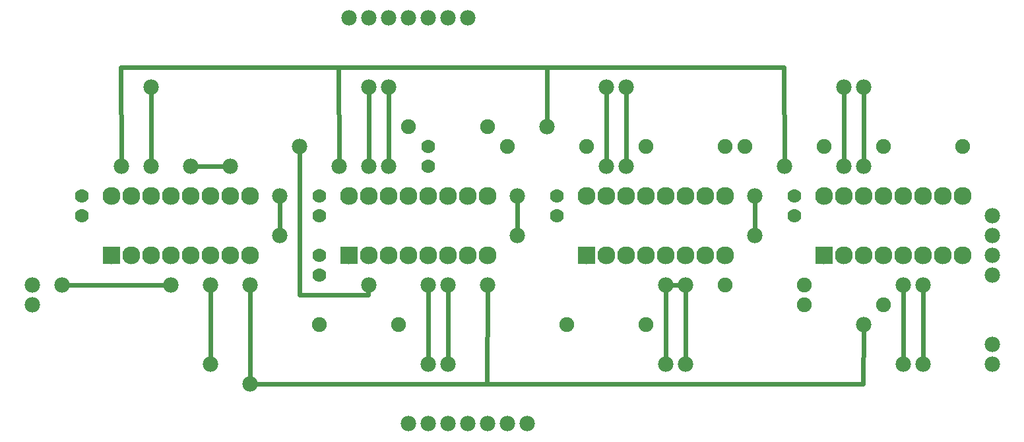
<source format=gtl>
G04 MADE WITH FRITZING*
G04 WWW.FRITZING.ORG*
G04 DOUBLE SIDED*
G04 HOLES PLATED*
G04 CONTOUR ON CENTER OF CONTOUR VECTOR*
%ASAXBY*%
%FSLAX23Y23*%
%MOIN*%
%OFA0B0*%
%SFA1.0B1.0*%
%ADD10C,0.070000*%
%ADD11C,0.075000*%
%ADD12C,0.090551*%
%ADD13C,0.078000*%
%ADD14R,0.090551X0.090551*%
%ADD15C,0.024000*%
%LNCOPPER1*%
G90*
G70*
G54D10*
X2213Y1624D03*
X2213Y1524D03*
X2863Y1374D03*
X2863Y1274D03*
X1663Y1374D03*
X1663Y1274D03*
X4063Y1374D03*
X4063Y1274D03*
X463Y1374D03*
X463Y1274D03*
G54D11*
X1663Y724D03*
X2063Y724D03*
X3313Y1624D03*
X3713Y1624D03*
X2613Y1624D03*
X3013Y1624D03*
X2113Y1724D03*
X2513Y1724D03*
X3813Y1624D03*
X4213Y1624D03*
X4513Y1624D03*
X4913Y1624D03*
X4113Y824D03*
X4513Y824D03*
X3713Y924D03*
X4113Y924D03*
X2913Y724D03*
X3313Y724D03*
G54D10*
X1663Y1074D03*
X1663Y974D03*
G54D12*
X613Y1074D03*
X613Y1374D03*
X713Y1074D03*
X713Y1374D03*
X813Y1074D03*
X813Y1374D03*
X913Y1074D03*
X913Y1374D03*
X1013Y1074D03*
X1013Y1374D03*
X1113Y1074D03*
X1113Y1374D03*
X1213Y1074D03*
X1213Y1374D03*
X1313Y1074D03*
X1313Y1374D03*
X1813Y1074D03*
X1813Y1374D03*
X1913Y1074D03*
X1913Y1374D03*
X2013Y1074D03*
X2013Y1374D03*
X2113Y1074D03*
X2113Y1374D03*
X2213Y1074D03*
X2213Y1374D03*
X2313Y1074D03*
X2313Y1374D03*
X2413Y1074D03*
X2413Y1374D03*
X2513Y1074D03*
X2513Y1374D03*
X3013Y1074D03*
X3013Y1374D03*
X3113Y1074D03*
X3113Y1374D03*
X3213Y1074D03*
X3213Y1374D03*
X3313Y1074D03*
X3313Y1374D03*
X3413Y1074D03*
X3413Y1374D03*
X3513Y1074D03*
X3513Y1374D03*
X3613Y1074D03*
X3613Y1374D03*
X3713Y1074D03*
X3713Y1374D03*
X4213Y1074D03*
X4213Y1374D03*
X4313Y1074D03*
X4313Y1374D03*
X4413Y1074D03*
X4413Y1374D03*
X4513Y1074D03*
X4513Y1374D03*
X4613Y1074D03*
X4613Y1374D03*
X4713Y1074D03*
X4713Y1374D03*
X4813Y1074D03*
X4813Y1374D03*
X4913Y1074D03*
X4913Y1374D03*
G54D13*
X1563Y1624D03*
X1563Y1624D03*
X1913Y924D03*
X1913Y924D03*
X3863Y1374D03*
X3863Y1374D03*
X3863Y1174D03*
X3863Y1174D03*
X1463Y1174D03*
X1463Y1174D03*
X1463Y1374D03*
X1463Y1374D03*
X2663Y1374D03*
X2663Y1374D03*
X2663Y1174D03*
X2663Y1174D03*
X2113Y224D03*
X2213Y224D03*
X2313Y224D03*
X2413Y224D03*
X2513Y224D03*
X2613Y224D03*
X2713Y224D03*
X2113Y224D03*
X2213Y224D03*
X2313Y224D03*
X2413Y224D03*
X2513Y224D03*
X2613Y224D03*
X2713Y224D03*
X1813Y2274D03*
X1913Y2274D03*
X2013Y2274D03*
X2113Y2274D03*
X2213Y2274D03*
X2313Y2274D03*
X2413Y2274D03*
X1813Y2274D03*
X1913Y2274D03*
X2013Y2274D03*
X2113Y2274D03*
X2213Y2274D03*
X2313Y2274D03*
X2413Y2274D03*
X2213Y924D03*
X2313Y924D03*
X2213Y924D03*
X2313Y924D03*
X3413Y524D03*
X3513Y524D03*
X3413Y524D03*
X3513Y524D03*
X4613Y924D03*
X4713Y924D03*
X4613Y924D03*
X4713Y924D03*
X4613Y524D03*
X4713Y524D03*
X4613Y524D03*
X4713Y524D03*
X2213Y524D03*
X2313Y524D03*
X2213Y524D03*
X2313Y524D03*
X3413Y924D03*
X3513Y924D03*
X3413Y924D03*
X3513Y924D03*
X4313Y1524D03*
X4413Y1524D03*
X4313Y1524D03*
X4413Y1524D03*
X4313Y1924D03*
X4413Y1924D03*
X4313Y1924D03*
X4413Y1924D03*
X3113Y1524D03*
X3213Y1524D03*
X3113Y1524D03*
X3213Y1524D03*
X1913Y1924D03*
X2013Y1924D03*
X1913Y1924D03*
X2013Y1924D03*
X3113Y1924D03*
X3213Y1924D03*
X3113Y1924D03*
X3213Y1924D03*
X1913Y1524D03*
X2013Y1524D03*
X1913Y1524D03*
X2013Y1524D03*
X5063Y624D03*
X5063Y524D03*
X5063Y624D03*
X5063Y524D03*
X213Y924D03*
X213Y824D03*
X213Y924D03*
X213Y824D03*
X1113Y924D03*
X1113Y924D03*
X1113Y524D03*
X1113Y524D03*
X4013Y1524D03*
X4013Y1524D03*
X2813Y1724D03*
X2813Y1724D03*
X1763Y1524D03*
X1763Y1524D03*
X1313Y424D03*
X1313Y424D03*
X4413Y724D03*
X4413Y724D03*
X1313Y924D03*
X1313Y924D03*
X2513Y924D03*
X2513Y924D03*
X813Y1924D03*
X813Y1924D03*
X363Y924D03*
X363Y924D03*
X1213Y1524D03*
X1213Y1524D03*
X1013Y1524D03*
X1013Y1524D03*
X913Y924D03*
X913Y924D03*
X813Y1524D03*
X813Y1524D03*
X5063Y1274D03*
X5063Y1174D03*
X5063Y1074D03*
X5063Y974D03*
X663Y1524D03*
X663Y1524D03*
G54D14*
X613Y1074D03*
X1813Y1074D03*
X3013Y1074D03*
X4213Y1074D03*
G54D15*
X4411Y426D02*
X4413Y694D01*
D02*
X2512Y426D02*
X4411Y426D01*
D02*
X1313Y454D02*
X1313Y894D01*
D02*
X2512Y426D02*
X1343Y424D01*
D02*
X2513Y894D02*
X2512Y426D01*
D02*
X4012Y2024D02*
X4013Y1554D01*
D02*
X2813Y2024D02*
X4012Y2024D01*
D02*
X662Y2024D02*
X663Y1554D01*
D02*
X1762Y2024D02*
X662Y2024D01*
D02*
X1762Y2024D02*
X1763Y1554D01*
D02*
X2813Y2024D02*
X1762Y2024D01*
D02*
X2813Y1754D02*
X2813Y2024D01*
D02*
X1463Y1204D02*
X1463Y1344D01*
D02*
X2663Y1204D02*
X2663Y1344D01*
D02*
X3863Y1204D02*
X3863Y1344D01*
D02*
X1113Y554D02*
X1113Y894D01*
D02*
X4313Y1894D02*
X4313Y1554D01*
D02*
X4413Y1894D02*
X4413Y1554D01*
D02*
X3213Y1894D02*
X3213Y1554D01*
D02*
X3113Y1894D02*
X3113Y1554D01*
D02*
X2013Y1554D02*
X2013Y1894D01*
D02*
X1913Y1554D02*
X1913Y1894D01*
D02*
X4713Y554D02*
X4713Y894D01*
D02*
X4613Y554D02*
X4613Y894D01*
D02*
X3513Y554D02*
X3513Y894D01*
D02*
X3413Y554D02*
X3413Y894D01*
D02*
X2313Y894D02*
X2313Y554D01*
D02*
X2213Y554D02*
X2213Y894D01*
D02*
X1911Y874D02*
X1564Y874D01*
D02*
X1564Y874D02*
X1563Y1594D01*
D02*
X1912Y894D02*
X1911Y874D01*
D02*
X1183Y1524D02*
X1043Y1524D01*
D02*
X883Y924D02*
X393Y924D01*
D02*
X813Y1554D02*
X813Y1894D01*
D02*
X3483Y924D02*
X3443Y924D01*
G04 End of Copper1*
M02*
</source>
